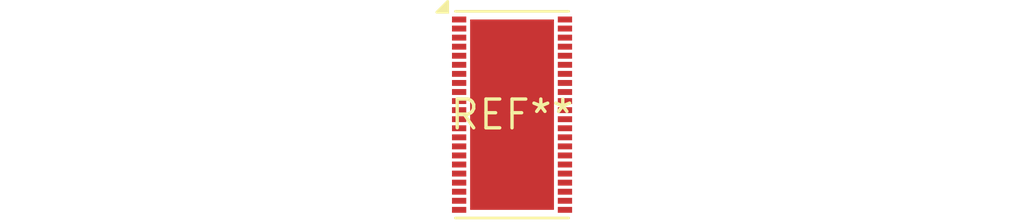
<source format=kicad_pcb>
(kicad_pcb (version 20240108) (generator pcbnew)
  (layers (0 "F.Cu" signal) (31 "B.Cu" signal) (34 "B.Paste" user) (35 "F.Paste" user) (36 "B.SilkS" user "B.Silkscreen") (37 "F.SilkS" user "F.Silkscreen") (38 "B.Mask" user) (39 "F.Mask" user) (44 "Edge.Cuts" user))
  (net 0 "")
  (footprint "DFN-44-1EP_5x8.9mm_P0.4mm_EP3.7x8.4mm" (layer "F.Cu") (at 0 0)
    (property "Reference" "REF**")
    (property "Value" "DFN-44-1EP_5x8.9mm_P0.4mm_EP3.7x8.4mm")
    (fp_line (start -2.5 -4.56) (end 2.5 -4.56) (layer "F.SilkS") (stroke (width 0.12)))
    (fp_line (start -2.5 4.56) (end 2.5 4.56) (layer "F.SilkS") (stroke (width 0.12)))
    (fp_poly (pts (xy -2.84 -4.52) (xy -3.32 -4.52) (xy -2.84 -5) (xy -2.84 -4.52)) (layer "F.SilkS") (stroke (width 0.12)) (fill solid))
    (pad "1" smd rect (at -2.335 -4.2) (size 0.63 0.26) (layers "F.Cu" "F.Paste" "F.Mask"))
    (pad "2" smd rect (at -2.335 -3.8) (size 0.63 0.26) (layers "F.Cu" "F.Paste" "F.Mask"))
    (pad "3" smd rect (at -2.335 -3.4) (size 0.63 0.26) (layers "F.Cu" "F.Paste" "F.Mask"))
    (pad "4" smd rect (at -2.335 -3) (size 0.63 0.26) (layers "F.Cu" "F.Paste" "F.Mask"))
    (pad "5" smd rect (at -2.335 -2.6) (size 0.63 0.26) (layers "F.Cu" "F.Paste" "F.Mask"))
    (pad "6" smd rect (at -2.335 -2.2) (size 0.63 0.26) (layers "F.Cu" "F.Paste" "F.Mask"))
    (pad "7" smd rect (at -2.335 -1.8) (size 0.63 0.26) (layers "F.Cu" "F.Paste" "F.Mask"))
    (pad "8" smd rect (at -2.335 -1.4) (size 0.63 0.26) (layers "F.Cu" "F.Paste" "F.Mask"))
    (pad "9" smd rect (at -2.335 -1) (size 0.63 0.26) (layers "F.Cu" "F.Paste" "F.Mask"))
    (pad "10" smd rect (at -2.335 -0.6) (size 0.63 0.26) (layers "F.Cu" "F.Paste" "F.Mask"))
    (pad "11" smd rect (at -2.335 -0.2) (size 0.63 0.26) (layers "F.Cu" "F.Paste" "F.Mask"))
    (pad "12" smd rect (at -2.335 0.2) (size 0.63 0.26) (layers "F.Cu" "F.Paste" "F.Mask"))
    (pad "13" smd rect (at -2.335 0.6) (size 0.63 0.26) (layers "F.Cu" "F.Paste" "F.Mask"))
    (pad "14" smd rect (at -2.335 1) (size 0.63 0.26) (layers "F.Cu" "F.Paste" "F.Mask"))
    (pad "15" smd rect (at -2.335 1.4) (size 0.63 0.26) (layers "F.Cu" "F.Paste" "F.Mask"))
    (pad "16" smd rect (at -2.335 1.8) (size 0.63 0.26) (layers "F.Cu" "F.Paste" "F.Mask"))
    (pad "17" smd rect (at -2.335 2.2) (size 0.63 0.26) (layers "F.Cu" "F.Paste" "F.Mask"))
    (pad "18" smd rect (at -2.335 2.6) (size 0.63 0.26) (layers "F.Cu" "F.Paste" "F.Mask"))
    (pad "19" smd rect (at -2.335 3) (size 0.63 0.26) (layers "F.Cu" "F.Paste" "F.Mask"))
    (pad "20" smd rect (at -2.335 3.4) (size 0.63 0.26) (layers "F.Cu" "F.Paste" "F.Mask"))
    (pad "21" smd rect (at -2.335 3.8) (size 0.63 0.26) (layers "F.Cu" "F.Paste" "F.Mask"))
    (pad "22" smd rect (at -2.335 4.2) (size 0.63 0.26) (layers "F.Cu" "F.Paste" "F.Mask"))
    (pad "23" smd rect (at 2.335 4.2) (size 0.63 0.26) (layers "F.Cu" "F.Paste" "F.Mask"))
    (pad "24" smd rect (at 2.335 3.8) (size 0.63 0.26) (layers "F.Cu" "F.Paste" "F.Mask"))
    (pad "25" smd rect (at 2.335 3.4) (size 0.63 0.26) (layers "F.Cu" "F.Paste" "F.Mask"))
    (pad "26" smd rect (at 2.335 3) (size 0.63 0.26) (layers "F.Cu" "F.Paste" "F.Mask"))
    (pad "27" smd rect (at 2.335 2.6) (size 0.63 0.26) (layers "F.Cu" "F.Paste" "F.Mask"))
    (pad "28" smd rect (at 2.335 2.2) (size 0.63 0.26) (layers "F.Cu" "F.Paste" "F.Mask"))
    (pad "29" smd rect (at 2.335 1.8) (size 0.63 0.26) (layers "F.Cu" "F.Paste" "F.Mask"))
    (pad "30" smd rect (at 2.335 1.4) (size 0.63 0.26) (layers "F.Cu" "F.Paste" "F.Mask"))
    (pad "31" smd rect (at 2.335 1) (size 0.63 0.26) (layers "F.Cu" "F.Paste" "F.Mask"))
    (pad "32" smd rect (at 2.335 0.6) (size 0.63 0.26) (layers "F.Cu" "F.Paste" "F.Mask"))
    (pad "33" smd rect (at 2.335 0.2) (size 0.63 0.26) (layers "F.Cu" "F.Paste" "F.Mask"))
    (pad "34" smd rect (at 2.335 -0.2) (size 0.63 0.26) (layers "F.Cu" "F.Paste" "F.Mask"))
    (pad "35" smd rect (at 2.335 -0.6) (size 0.63 0.26) (layers "F.Cu" "F.Paste" "F.Mask"))
    (pad "36" smd rect (at 2.335 -1) (size 0.63 0.26) (layers "F.Cu" "F.Paste" "F.Mask"))
    (pad "37" smd rect (at 2.335 -1.4) (size 0.63 0.26) (layers "F.Cu" "F.Paste" "F.Mask"))
    (pad "38" smd rect (at 2.335 -1.8) (size 0.63 0.26) (layers "F.Cu" "F.Paste" "F.Mask"))
    (pad "39" smd rect (at 2.335 -2.2) (size 0.63 0.26) (layers "F.Cu" "F.Paste" "F.Mask"))
    (pad "40" smd rect (at 2.335 -2.6) (size 0.63 0.26) (layers "F.Cu" "F.Paste" "F.Mask"))
    (pad "41" smd rect (at 2.335 -3) (size 0.63 0.26) (layers "F.Cu" "F.Paste" "F.Mask"))
    (pad "42" smd rect (at 2.335 -3.4) (size 0.63 0.26) (layers "F.Cu" "F.Paste" "F.Mask"))
    (pad "43" smd rect (at 2.335 -3.8) (size 0.63 0.26) (layers "F.Cu" "F.Paste" "F.Mask"))
    (pad "44" smd rect (at 2.335 -4.2) (size 0.63 0.26) (layers "F.Cu" "F.Paste" "F.Mask"))
    (pad "45" smd rect (at 0 0) (size 3.7 8.4) (layers "F.Cu" "F.Mask"))
  )
)
</source>
